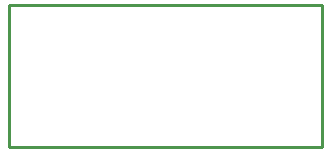
<source format=gbr>
G04 EAGLE Gerber RS-274X export*
G75*
%MOMM*%
%FSLAX34Y34*%
%LPD*%
%IN*%
%IPPOS*%
%AMOC8*
5,1,8,0,0,1.08239X$1,22.5*%
G01*
G04 Define Apertures*
%ADD10C,0.254000*%
D10*
X20000Y90000D02*
X285000Y90000D01*
X285000Y210000D01*
X20000Y210000D01*
X20000Y90000D01*
M02*

</source>
